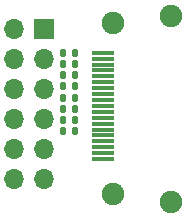
<source format=gbr>
G04 #@! TF.GenerationSoftware,KiCad,Pcbnew,5.99.0-unknown-8eca23aabe~115~ubuntu20.04.1*
G04 #@! TF.CreationDate,2021-02-02T12:21:53+00:00*
G04 #@! TF.ProjectId,dvi_pmod,6476695f-706d-46f6-942e-6b696361645f,rev?*
G04 #@! TF.SameCoordinates,Original*
G04 #@! TF.FileFunction,Soldermask,Top*
G04 #@! TF.FilePolarity,Negative*
%FSLAX46Y46*%
G04 Gerber Fmt 4.6, Leading zero omitted, Abs format (unit mm)*
G04 Created by KiCad (PCBNEW 5.99.0-unknown-8eca23aabe~115~ubuntu20.04.1) date 2021-02-02 12:21:53*
%MOMM*%
%LPD*%
G01*
G04 APERTURE LIST*
G04 Aperture macros list*
%AMRoundRect*
0 Rectangle with rounded corners*
0 $1 Rounding radius*
0 $2 $3 $4 $5 $6 $7 $8 $9 X,Y pos of 4 corners*
0 Add a 4 corners polygon primitive as box body*
4,1,4,$2,$3,$4,$5,$6,$7,$8,$9,$2,$3,0*
0 Add four circle primitives for the rounded corners*
1,1,$1+$1,$2,$3*
1,1,$1+$1,$4,$5*
1,1,$1+$1,$6,$7*
1,1,$1+$1,$8,$9*
0 Add four rect primitives between the rounded corners*
20,1,$1+$1,$2,$3,$4,$5,0*
20,1,$1+$1,$4,$5,$6,$7,0*
20,1,$1+$1,$6,$7,$8,$9,0*
20,1,$1+$1,$8,$9,$2,$3,0*%
G04 Aperture macros list end*
%ADD10R,1.700000X1.700000*%
%ADD11O,1.700000X1.700000*%
%ADD12R,1.900000X0.300000*%
%ADD13C,1.900000*%
%ADD14RoundRect,0.147500X0.147500X0.172500X-0.147500X0.172500X-0.147500X-0.172500X0.147500X-0.172500X0*%
%ADD15RoundRect,0.147500X-0.147500X-0.172500X0.147500X-0.172500X0.147500X0.172500X-0.147500X0.172500X0*%
G04 APERTURE END LIST*
D10*
X131445000Y-70000000D03*
D11*
X128905000Y-70000000D03*
X131445000Y-72540000D03*
X128905000Y-72540000D03*
X131445000Y-75080000D03*
X128905000Y-75080000D03*
X131445000Y-77620000D03*
X128905000Y-77620000D03*
X131445000Y-80160000D03*
X128905000Y-80160000D03*
X131445000Y-82700000D03*
X128905000Y-82700000D03*
D12*
X136362000Y-72000000D03*
X136362000Y-72500000D03*
X136362000Y-73000000D03*
X136362000Y-73500000D03*
X136362000Y-74000000D03*
X136362000Y-74500000D03*
X136362000Y-75000000D03*
X136362000Y-75500000D03*
X136362000Y-76000000D03*
X136362000Y-76500000D03*
X136362000Y-77000000D03*
X136362000Y-77500000D03*
X136362000Y-78000000D03*
X136362000Y-78500000D03*
X136362000Y-79000000D03*
X136362000Y-79500000D03*
X136362000Y-80000000D03*
X136362000Y-80500000D03*
X136362000Y-81000000D03*
D13*
X137262000Y-69500000D03*
X142162000Y-68900000D03*
X142162000Y-84600000D03*
X137262000Y-84000000D03*
D14*
X133997000Y-72000000D03*
X133027000Y-72000000D03*
X133997000Y-73900000D03*
X133027000Y-73900000D03*
X133997000Y-75800000D03*
X133027000Y-75800000D03*
X133997000Y-77700000D03*
X133027000Y-77700000D03*
D15*
X133027000Y-72950000D03*
X133997000Y-72950000D03*
X133027000Y-74850000D03*
X133997000Y-74850000D03*
X133027000Y-76750000D03*
X133997000Y-76750000D03*
X133027000Y-78650000D03*
X133997000Y-78650000D03*
M02*

</source>
